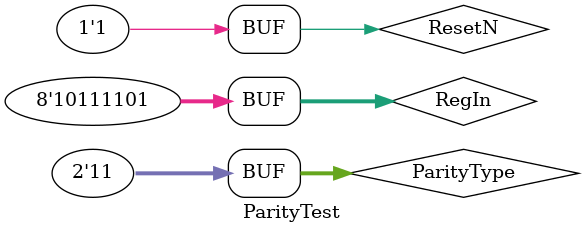
<source format=v>

module ParityTest();

//regs
reg [7:0] RegIn;
reg ResetN;
reg [1:0] ParityType;

//wire
wire ParityOut;

//Instatniation of the design module
Parity ForTest(
    .RegIn(RegIn), .ResetN(ResetN), .ParityType(ParityType),

    .ParityOut(ParityOut)
);

//Reset
initial begin
    ResetN = 1'b0;
    #10 ResetN = 1'b1;
end

//Test
initial begin
        RegIn = 8'b00001111;
    #10 RegIn = 8'b10101111;
    #10 RegIn = 8'b10101001;
    #10 RegIn = 8'b10101001;
    #10 RegIn = 8'b10111101;
end

//Cases
initial begin
        ParityType = 2'b00;
    #10 ParityType = 2'b00;
    #10 ParityType = 2'b01;
    #10 ParityType = 2'b10;
    #10 ParityType = 2'b11;
end

endmodule
</source>
